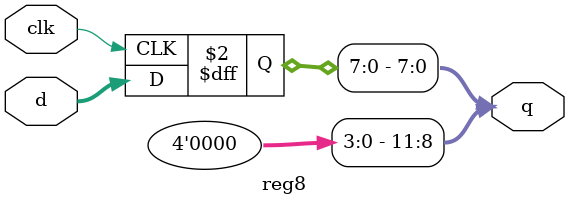
<source format=sv>
module reg8(input logic clk,
				input logic [7:0] d,
				output logic [11:0] q);
	
	assign q[11:8] = 0;
	
	always_ff@(posedge clk)
		q[7:0] <= d[7:0];
		
endmodule
</source>
